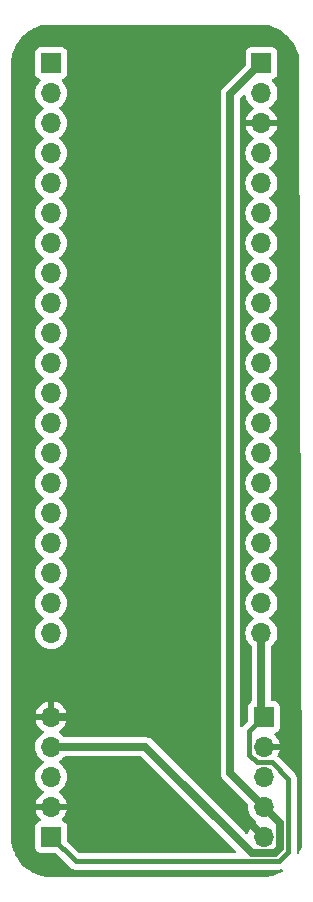
<source format=gbr>
%TF.GenerationSoftware,KiCad,Pcbnew,8.0.1*%
%TF.CreationDate,2024-05-05T17:00:50-04:00*%
%TF.ProjectId,picoboard,7069636f-626f-4617-9264-2e6b69636164,rev?*%
%TF.SameCoordinates,Original*%
%TF.FileFunction,Copper,L2,Bot*%
%TF.FilePolarity,Positive*%
%FSLAX46Y46*%
G04 Gerber Fmt 4.6, Leading zero omitted, Abs format (unit mm)*
G04 Created by KiCad (PCBNEW 8.0.1) date 2024-05-05 17:00:50*
%MOMM*%
%LPD*%
G01*
G04 APERTURE LIST*
%TA.AperFunction,ComponentPad*%
%ADD10O,1.700000X1.700000*%
%TD*%
%TA.AperFunction,ComponentPad*%
%ADD11R,1.700000X1.700000*%
%TD*%
%TA.AperFunction,Conductor*%
%ADD12C,0.635000*%
%TD*%
%TA.AperFunction,Conductor*%
%ADD13C,0.381000*%
%TD*%
G04 APERTURE END LIST*
D10*
%TO.P,J4,5,Pin_5*%
%TO.N,GND*%
X99900000Y-105340000D03*
%TO.P,J4,4,Pin_4*%
%TO.N,+5V*%
X99900000Y-107880000D03*
%TO.P,J4,3,Pin_3*%
%TO.N,unconnected-(J4-Pin_3-Pad3)*%
X99900000Y-110420000D03*
%TO.P,J4,2,Pin_2*%
%TO.N,GND*%
X99900000Y-112960000D03*
D11*
%TO.P,J4,1,Pin_1*%
%TO.N,/A+*%
X99900000Y-115500000D03*
%TD*%
%TO.P,J3,1,Pin_1*%
%TO.N,/A+*%
X117900000Y-105340000D03*
D10*
%TO.P,J3,2,Pin_2*%
%TO.N,GND*%
X117900000Y-107880000D03*
%TO.P,J3,3,Pin_3*%
%TO.N,unconnected-(J3-Pin_3-Pad3)*%
X117900000Y-110420000D03*
%TO.P,J3,4,Pin_4*%
%TO.N,+5V*%
X117900000Y-112960000D03*
%TO.P,J3,5,Pin_5*%
%TO.N,GND*%
X117900000Y-115500000D03*
%TD*%
D11*
%TO.P,J2,1,Pin_1*%
%TO.N,+5V*%
X117700000Y-50000000D03*
D10*
%TO.P,J2,2,Pin_2*%
%TO.N,unconnected-(J2-Pin_2-Pad2)*%
X117700000Y-52540000D03*
%TO.P,J2,3,Pin_3*%
%TO.N,GND*%
X117700000Y-55080000D03*
%TO.P,J2,4,Pin_4*%
%TO.N,unconnected-(J2-Pin_4-Pad4)*%
X117700000Y-57620000D03*
%TO.P,J2,5,Pin_5*%
%TO.N,unconnected-(J2-Pin_5-Pad5)*%
X117700000Y-60160000D03*
%TO.P,J2,6,Pin_6*%
%TO.N,unconnected-(J2-Pin_6-Pad6)*%
X117700000Y-62700000D03*
%TO.P,J2,7,Pin_7*%
%TO.N,unconnected-(J2-Pin_7-Pad7)*%
X117700000Y-65240000D03*
%TO.P,J2,8,Pin_8*%
%TO.N,unconnected-(J2-Pin_8-Pad8)*%
X117700000Y-67780000D03*
%TO.P,J2,9,Pin_9*%
%TO.N,unconnected-(J2-Pin_9-Pad9)*%
X117700000Y-70320000D03*
%TO.P,J2,10,Pin_10*%
%TO.N,unconnected-(J2-Pin_10-Pad10)*%
X117700000Y-72860000D03*
%TO.P,J2,11,Pin_11*%
%TO.N,unconnected-(J2-Pin_11-Pad11)*%
X117700000Y-75400000D03*
%TO.P,J2,12,Pin_12*%
%TO.N,unconnected-(J2-Pin_12-Pad12)*%
X117700000Y-77940000D03*
%TO.P,J2,13,Pin_13*%
%TO.N,unconnected-(J2-Pin_13-Pad13)*%
X117700000Y-80480000D03*
%TO.P,J2,14,Pin_14*%
%TO.N,unconnected-(J2-Pin_14-Pad14)*%
X117700000Y-83020000D03*
%TO.P,J2,15,Pin_15*%
%TO.N,unconnected-(J2-Pin_15-Pad15)*%
X117700000Y-85560000D03*
%TO.P,J2,16,Pin_16*%
%TO.N,unconnected-(J2-Pin_16-Pad16)*%
X117700000Y-88100000D03*
%TO.P,J2,17,Pin_17*%
%TO.N,unconnected-(J2-Pin_17-Pad17)*%
X117700000Y-90640000D03*
%TO.P,J2,18,Pin_18*%
%TO.N,unconnected-(J2-Pin_18-Pad18)*%
X117700000Y-93180000D03*
%TO.P,J2,19,Pin_19*%
%TO.N,unconnected-(J2-Pin_19-Pad19)*%
X117700000Y-95720000D03*
%TO.P,J2,20,Pin_20*%
%TO.N,/A+*%
X117700000Y-98260000D03*
%TD*%
D11*
%TO.P,J1,1,Pin_1*%
%TO.N,unconnected-(J1-Pin_1-Pad1)*%
X99900000Y-50000000D03*
D10*
%TO.P,J1,2,Pin_2*%
%TO.N,unconnected-(J1-Pin_2-Pad2)*%
X99900000Y-52540000D03*
%TO.P,J1,3,Pin_3*%
%TO.N,unconnected-(J1-Pin_3-Pad3)*%
X99900000Y-55080000D03*
%TO.P,J1,4,Pin_4*%
%TO.N,unconnected-(J1-Pin_4-Pad4)*%
X99900000Y-57620000D03*
%TO.P,J1,5,Pin_5*%
%TO.N,unconnected-(J1-Pin_5-Pad5)*%
X99900000Y-60160000D03*
%TO.P,J1,6,Pin_6*%
%TO.N,unconnected-(J1-Pin_6-Pad6)*%
X99900000Y-62700000D03*
%TO.P,J1,7,Pin_7*%
%TO.N,unconnected-(J1-Pin_7-Pad7)*%
X99900000Y-65240000D03*
%TO.P,J1,8,Pin_8*%
%TO.N,unconnected-(J1-Pin_8-Pad8)*%
X99900000Y-67780000D03*
%TO.P,J1,9,Pin_9*%
%TO.N,unconnected-(J1-Pin_9-Pad9)*%
X99900000Y-70320000D03*
%TO.P,J1,10,Pin_10*%
%TO.N,unconnected-(J1-Pin_10-Pad10)*%
X99900000Y-72860000D03*
%TO.P,J1,11,Pin_11*%
%TO.N,unconnected-(J1-Pin_11-Pad11)*%
X99900000Y-75400000D03*
%TO.P,J1,12,Pin_12*%
%TO.N,unconnected-(J1-Pin_12-Pad12)*%
X99900000Y-77940000D03*
%TO.P,J1,13,Pin_13*%
%TO.N,unconnected-(J1-Pin_13-Pad13)*%
X99900000Y-80480000D03*
%TO.P,J1,14,Pin_14*%
%TO.N,unconnected-(J1-Pin_14-Pad14)*%
X99900000Y-83020000D03*
%TO.P,J1,15,Pin_15*%
%TO.N,unconnected-(J1-Pin_15-Pad15)*%
X99900000Y-85560000D03*
%TO.P,J1,16,Pin_16*%
%TO.N,unconnected-(J1-Pin_16-Pad16)*%
X99900000Y-88100000D03*
%TO.P,J1,17,Pin_17*%
%TO.N,unconnected-(J1-Pin_17-Pad17)*%
X99900000Y-90640000D03*
%TO.P,J1,18,Pin_18*%
%TO.N,unconnected-(J1-Pin_18-Pad18)*%
X99900000Y-93180000D03*
%TO.P,J1,19,Pin_19*%
%TO.N,unconnected-(J1-Pin_19-Pad19)*%
X99900000Y-95720000D03*
%TO.P,J1,20,Pin_20*%
%TO.N,unconnected-(J1-Pin_20-Pad20)*%
X99900000Y-98260000D03*
%TD*%
D12*
%TO.N,+5V*%
X116867500Y-116867500D02*
X107880000Y-107880000D01*
X118844500Y-116867500D02*
X116867500Y-116867500D01*
X107880000Y-107880000D02*
X99900000Y-107880000D01*
X119267500Y-116444500D02*
X118844500Y-116867500D01*
X119267500Y-114327500D02*
X119267500Y-116444500D01*
X117900000Y-112960000D02*
X119267500Y-114327500D01*
D13*
%TO.N,/A+*%
X116659500Y-108531500D02*
X116659500Y-106580500D01*
X119975500Y-110577500D02*
X118577500Y-109179500D01*
X117307500Y-109179500D02*
X116659500Y-108531500D01*
X119975500Y-116752500D02*
X119975500Y-110577500D01*
X101975500Y-117575500D02*
X119152500Y-117575500D01*
X118577500Y-109179500D02*
X117307500Y-109179500D01*
X99900000Y-115500000D02*
X101975500Y-117575500D01*
X116659500Y-106580500D02*
X117900000Y-105340000D01*
X119152500Y-117575500D02*
X119975500Y-116752500D01*
D12*
%TO.N,+5V*%
X115062000Y-110122000D02*
X117900000Y-112960000D01*
X115062000Y-52638000D02*
X115062000Y-110122000D01*
X117700000Y-50000000D02*
X115062000Y-52638000D01*
%TO.N,GND*%
X99900000Y-105340000D02*
X107740000Y-105340000D01*
X107740000Y-105340000D02*
X117900000Y-115500000D01*
%TO.N,/A+*%
X117700000Y-105140000D02*
X117900000Y-105340000D01*
X117700000Y-98260000D02*
X117700000Y-105140000D01*
%TD*%
%TA.AperFunction,Conductor*%
%TO.N,GND*%
G36*
X117605243Y-46728669D02*
G01*
X117941450Y-46746290D01*
X117954358Y-46747647D01*
X118283677Y-46799806D01*
X118296342Y-46802497D01*
X118618422Y-46888798D01*
X118630749Y-46892803D01*
X118942038Y-47012296D01*
X118953873Y-47017565D01*
X119250976Y-47168947D01*
X119262191Y-47175423D01*
X119541832Y-47357023D01*
X119552313Y-47364638D01*
X119811441Y-47574475D01*
X119821086Y-47583160D01*
X120056839Y-47818913D01*
X120065524Y-47828558D01*
X120275359Y-48087683D01*
X120282978Y-48098171D01*
X120464573Y-48377802D01*
X120471059Y-48389035D01*
X120622429Y-48686115D01*
X120627708Y-48697972D01*
X120747193Y-49009241D01*
X120751204Y-49021586D01*
X120837498Y-49343642D01*
X120840196Y-49356337D01*
X120892352Y-49685641D01*
X120893709Y-49698549D01*
X120911330Y-50034766D01*
X120911500Y-50041256D01*
X120911500Y-50109430D01*
X120911788Y-50113717D01*
X121165482Y-115566580D01*
X121165313Y-115573551D01*
X121147709Y-115909450D01*
X121146352Y-115922358D01*
X121094196Y-116251662D01*
X121091498Y-116264357D01*
X121005204Y-116586413D01*
X121001193Y-116598758D01*
X120906264Y-116846057D01*
X120863862Y-116901589D01*
X120798168Y-116925382D01*
X120730040Y-116909881D01*
X120681107Y-116860007D01*
X120666500Y-116801619D01*
X120666500Y-110509439D01*
X120639946Y-110375946D01*
X120639943Y-110375938D01*
X120587858Y-110250193D01*
X120587857Y-110250191D01*
X120556035Y-110202566D01*
X120512233Y-110137011D01*
X120512230Y-110137008D01*
X119089187Y-108713964D01*
X119055702Y-108652641D01*
X119060686Y-108582949D01*
X119071406Y-108562562D01*
X119070894Y-108562266D01*
X119073600Y-108557578D01*
X119173429Y-108343492D01*
X119173432Y-108343486D01*
X119230636Y-108130000D01*
X118333012Y-108130000D01*
X118365925Y-108072993D01*
X118400000Y-107945826D01*
X118400000Y-107814174D01*
X118365925Y-107687007D01*
X118333012Y-107630000D01*
X119230636Y-107630000D01*
X119230635Y-107629999D01*
X119173432Y-107416513D01*
X119173429Y-107416507D01*
X119073600Y-107202422D01*
X119073599Y-107202420D01*
X118938113Y-107008926D01*
X118938108Y-107008920D01*
X118816053Y-106886865D01*
X118782568Y-106825542D01*
X118787552Y-106755850D01*
X118829424Y-106699917D01*
X118860400Y-106683002D01*
X118992331Y-106633796D01*
X119107546Y-106547546D01*
X119193796Y-106432331D01*
X119244091Y-106297483D01*
X119250500Y-106237873D01*
X119250499Y-104442128D01*
X119244091Y-104382517D01*
X119214019Y-104301891D01*
X119193797Y-104247671D01*
X119193793Y-104247664D01*
X119107547Y-104132455D01*
X119107544Y-104132452D01*
X118992335Y-104046206D01*
X118992328Y-104046202D01*
X118857482Y-103995908D01*
X118857483Y-103995908D01*
X118797883Y-103989501D01*
X118797881Y-103989500D01*
X118797873Y-103989500D01*
X118797865Y-103989500D01*
X118642000Y-103989500D01*
X118574961Y-103969815D01*
X118529206Y-103917011D01*
X118518000Y-103865500D01*
X118518000Y-99400437D01*
X118537685Y-99333398D01*
X118567550Y-99302324D01*
X118567256Y-99301974D01*
X118570516Y-99299238D01*
X118570881Y-99298859D01*
X118571401Y-99298495D01*
X118738495Y-99131401D01*
X118874035Y-98937830D01*
X118973903Y-98723663D01*
X119035063Y-98495408D01*
X119055659Y-98260000D01*
X119035063Y-98024592D01*
X118973903Y-97796337D01*
X118874035Y-97582171D01*
X118738495Y-97388599D01*
X118738494Y-97388597D01*
X118571402Y-97221506D01*
X118571396Y-97221501D01*
X118385842Y-97091575D01*
X118342217Y-97036998D01*
X118335023Y-96967500D01*
X118366546Y-96905145D01*
X118385842Y-96888425D01*
X118408026Y-96872891D01*
X118571401Y-96758495D01*
X118738495Y-96591401D01*
X118874035Y-96397830D01*
X118973903Y-96183663D01*
X119035063Y-95955408D01*
X119055659Y-95720000D01*
X119035063Y-95484592D01*
X118973903Y-95256337D01*
X118874035Y-95042171D01*
X118738495Y-94848599D01*
X118738494Y-94848597D01*
X118571402Y-94681506D01*
X118571396Y-94681501D01*
X118385842Y-94551575D01*
X118342217Y-94496998D01*
X118335023Y-94427500D01*
X118366546Y-94365145D01*
X118385842Y-94348425D01*
X118408026Y-94332891D01*
X118571401Y-94218495D01*
X118738495Y-94051401D01*
X118874035Y-93857830D01*
X118973903Y-93643663D01*
X119035063Y-93415408D01*
X119055659Y-93180000D01*
X119035063Y-92944592D01*
X118973903Y-92716337D01*
X118874035Y-92502171D01*
X118738495Y-92308599D01*
X118738494Y-92308597D01*
X118571402Y-92141506D01*
X118571396Y-92141501D01*
X118385842Y-92011575D01*
X118342217Y-91956998D01*
X118335023Y-91887500D01*
X118366546Y-91825145D01*
X118385842Y-91808425D01*
X118408026Y-91792891D01*
X118571401Y-91678495D01*
X118738495Y-91511401D01*
X118874035Y-91317830D01*
X118973903Y-91103663D01*
X119035063Y-90875408D01*
X119055659Y-90640000D01*
X119035063Y-90404592D01*
X118973903Y-90176337D01*
X118874035Y-89962171D01*
X118738495Y-89768599D01*
X118738494Y-89768597D01*
X118571402Y-89601506D01*
X118571396Y-89601501D01*
X118385842Y-89471575D01*
X118342217Y-89416998D01*
X118335023Y-89347500D01*
X118366546Y-89285145D01*
X118385842Y-89268425D01*
X118408026Y-89252891D01*
X118571401Y-89138495D01*
X118738495Y-88971401D01*
X118874035Y-88777830D01*
X118973903Y-88563663D01*
X119035063Y-88335408D01*
X119055659Y-88100000D01*
X119035063Y-87864592D01*
X118973903Y-87636337D01*
X118874035Y-87422171D01*
X118738495Y-87228599D01*
X118738494Y-87228597D01*
X118571402Y-87061506D01*
X118571396Y-87061501D01*
X118385842Y-86931575D01*
X118342217Y-86876998D01*
X118335023Y-86807500D01*
X118366546Y-86745145D01*
X118385842Y-86728425D01*
X118408026Y-86712891D01*
X118571401Y-86598495D01*
X118738495Y-86431401D01*
X118874035Y-86237830D01*
X118973903Y-86023663D01*
X119035063Y-85795408D01*
X119055659Y-85560000D01*
X119035063Y-85324592D01*
X118973903Y-85096337D01*
X118874035Y-84882171D01*
X118738495Y-84688599D01*
X118738494Y-84688597D01*
X118571402Y-84521506D01*
X118571396Y-84521501D01*
X118385842Y-84391575D01*
X118342217Y-84336998D01*
X118335023Y-84267500D01*
X118366546Y-84205145D01*
X118385842Y-84188425D01*
X118408026Y-84172891D01*
X118571401Y-84058495D01*
X118738495Y-83891401D01*
X118874035Y-83697830D01*
X118973903Y-83483663D01*
X119035063Y-83255408D01*
X119055659Y-83020000D01*
X119035063Y-82784592D01*
X118973903Y-82556337D01*
X118874035Y-82342171D01*
X118738495Y-82148599D01*
X118738494Y-82148597D01*
X118571402Y-81981506D01*
X118571396Y-81981501D01*
X118385842Y-81851575D01*
X118342217Y-81796998D01*
X118335023Y-81727500D01*
X118366546Y-81665145D01*
X118385842Y-81648425D01*
X118408026Y-81632891D01*
X118571401Y-81518495D01*
X118738495Y-81351401D01*
X118874035Y-81157830D01*
X118973903Y-80943663D01*
X119035063Y-80715408D01*
X119055659Y-80480000D01*
X119035063Y-80244592D01*
X118973903Y-80016337D01*
X118874035Y-79802171D01*
X118738495Y-79608599D01*
X118738494Y-79608597D01*
X118571402Y-79441506D01*
X118571396Y-79441501D01*
X118385842Y-79311575D01*
X118342217Y-79256998D01*
X118335023Y-79187500D01*
X118366546Y-79125145D01*
X118385842Y-79108425D01*
X118408026Y-79092891D01*
X118571401Y-78978495D01*
X118738495Y-78811401D01*
X118874035Y-78617830D01*
X118973903Y-78403663D01*
X119035063Y-78175408D01*
X119055659Y-77940000D01*
X119035063Y-77704592D01*
X118973903Y-77476337D01*
X118874035Y-77262171D01*
X118738495Y-77068599D01*
X118738494Y-77068597D01*
X118571402Y-76901506D01*
X118571396Y-76901501D01*
X118385842Y-76771575D01*
X118342217Y-76716998D01*
X118335023Y-76647500D01*
X118366546Y-76585145D01*
X118385842Y-76568425D01*
X118408026Y-76552891D01*
X118571401Y-76438495D01*
X118738495Y-76271401D01*
X118874035Y-76077830D01*
X118973903Y-75863663D01*
X119035063Y-75635408D01*
X119055659Y-75400000D01*
X119035063Y-75164592D01*
X118973903Y-74936337D01*
X118874035Y-74722171D01*
X118738495Y-74528599D01*
X118738494Y-74528597D01*
X118571402Y-74361506D01*
X118571396Y-74361501D01*
X118385842Y-74231575D01*
X118342217Y-74176998D01*
X118335023Y-74107500D01*
X118366546Y-74045145D01*
X118385842Y-74028425D01*
X118408026Y-74012891D01*
X118571401Y-73898495D01*
X118738495Y-73731401D01*
X118874035Y-73537830D01*
X118973903Y-73323663D01*
X119035063Y-73095408D01*
X119055659Y-72860000D01*
X119035063Y-72624592D01*
X118973903Y-72396337D01*
X118874035Y-72182171D01*
X118738495Y-71988599D01*
X118738494Y-71988597D01*
X118571402Y-71821506D01*
X118571396Y-71821501D01*
X118385842Y-71691575D01*
X118342217Y-71636998D01*
X118335023Y-71567500D01*
X118366546Y-71505145D01*
X118385842Y-71488425D01*
X118408026Y-71472891D01*
X118571401Y-71358495D01*
X118738495Y-71191401D01*
X118874035Y-70997830D01*
X118973903Y-70783663D01*
X119035063Y-70555408D01*
X119055659Y-70320000D01*
X119035063Y-70084592D01*
X118973903Y-69856337D01*
X118874035Y-69642171D01*
X118738495Y-69448599D01*
X118738494Y-69448597D01*
X118571402Y-69281506D01*
X118571396Y-69281501D01*
X118385842Y-69151575D01*
X118342217Y-69096998D01*
X118335023Y-69027500D01*
X118366546Y-68965145D01*
X118385842Y-68948425D01*
X118408026Y-68932891D01*
X118571401Y-68818495D01*
X118738495Y-68651401D01*
X118874035Y-68457830D01*
X118973903Y-68243663D01*
X119035063Y-68015408D01*
X119055659Y-67780000D01*
X119035063Y-67544592D01*
X118973903Y-67316337D01*
X118874035Y-67102171D01*
X118738495Y-66908599D01*
X118738494Y-66908597D01*
X118571402Y-66741506D01*
X118571396Y-66741501D01*
X118385842Y-66611575D01*
X118342217Y-66556998D01*
X118335023Y-66487500D01*
X118366546Y-66425145D01*
X118385842Y-66408425D01*
X118408026Y-66392891D01*
X118571401Y-66278495D01*
X118738495Y-66111401D01*
X118874035Y-65917830D01*
X118973903Y-65703663D01*
X119035063Y-65475408D01*
X119055659Y-65240000D01*
X119035063Y-65004592D01*
X118973903Y-64776337D01*
X118874035Y-64562171D01*
X118738495Y-64368599D01*
X118738494Y-64368597D01*
X118571402Y-64201506D01*
X118571396Y-64201501D01*
X118385842Y-64071575D01*
X118342217Y-64016998D01*
X118335023Y-63947500D01*
X118366546Y-63885145D01*
X118385842Y-63868425D01*
X118408026Y-63852891D01*
X118571401Y-63738495D01*
X118738495Y-63571401D01*
X118874035Y-63377830D01*
X118973903Y-63163663D01*
X119035063Y-62935408D01*
X119055659Y-62700000D01*
X119035063Y-62464592D01*
X118973903Y-62236337D01*
X118874035Y-62022171D01*
X118738495Y-61828599D01*
X118738494Y-61828597D01*
X118571402Y-61661506D01*
X118571396Y-61661501D01*
X118385842Y-61531575D01*
X118342217Y-61476998D01*
X118335023Y-61407500D01*
X118366546Y-61345145D01*
X118385842Y-61328425D01*
X118408026Y-61312891D01*
X118571401Y-61198495D01*
X118738495Y-61031401D01*
X118874035Y-60837830D01*
X118973903Y-60623663D01*
X119035063Y-60395408D01*
X119055659Y-60160000D01*
X119035063Y-59924592D01*
X118973903Y-59696337D01*
X118874035Y-59482171D01*
X118738495Y-59288599D01*
X118738494Y-59288597D01*
X118571402Y-59121506D01*
X118571396Y-59121501D01*
X118385842Y-58991575D01*
X118342217Y-58936998D01*
X118335023Y-58867500D01*
X118366546Y-58805145D01*
X118385842Y-58788425D01*
X118408026Y-58772891D01*
X118571401Y-58658495D01*
X118738495Y-58491401D01*
X118874035Y-58297830D01*
X118973903Y-58083663D01*
X119035063Y-57855408D01*
X119055659Y-57620000D01*
X119035063Y-57384592D01*
X118973903Y-57156337D01*
X118874035Y-56942171D01*
X118738495Y-56748599D01*
X118738494Y-56748597D01*
X118571402Y-56581506D01*
X118571401Y-56581505D01*
X118385405Y-56451269D01*
X118341781Y-56396692D01*
X118334588Y-56327193D01*
X118366110Y-56264839D01*
X118385405Y-56248119D01*
X118571082Y-56118105D01*
X118738105Y-55951082D01*
X118873600Y-55757578D01*
X118973429Y-55543492D01*
X118973432Y-55543486D01*
X119030636Y-55330000D01*
X118133012Y-55330000D01*
X118165925Y-55272993D01*
X118200000Y-55145826D01*
X118200000Y-55014174D01*
X118165925Y-54887007D01*
X118133012Y-54830000D01*
X119030636Y-54830000D01*
X119030635Y-54829999D01*
X118973432Y-54616513D01*
X118973429Y-54616507D01*
X118873600Y-54402422D01*
X118873599Y-54402420D01*
X118738113Y-54208926D01*
X118738108Y-54208920D01*
X118571078Y-54041890D01*
X118385405Y-53911879D01*
X118341780Y-53857302D01*
X118334588Y-53787804D01*
X118366110Y-53725449D01*
X118385406Y-53708730D01*
X118385842Y-53708425D01*
X118571401Y-53578495D01*
X118738495Y-53411401D01*
X118874035Y-53217830D01*
X118973903Y-53003663D01*
X119035063Y-52775408D01*
X119055659Y-52540000D01*
X119035063Y-52304592D01*
X118973903Y-52076337D01*
X118874035Y-51862171D01*
X118738495Y-51668599D01*
X118616567Y-51546671D01*
X118583084Y-51485351D01*
X118588068Y-51415659D01*
X118629939Y-51359725D01*
X118660915Y-51342810D01*
X118792331Y-51293796D01*
X118907546Y-51207546D01*
X118993796Y-51092331D01*
X119044091Y-50957483D01*
X119050500Y-50897873D01*
X119050499Y-49102128D01*
X119044091Y-49042517D01*
X119036284Y-49021586D01*
X118993797Y-48907671D01*
X118993793Y-48907664D01*
X118907547Y-48792455D01*
X118907544Y-48792452D01*
X118792335Y-48706206D01*
X118792328Y-48706202D01*
X118657482Y-48655908D01*
X118657483Y-48655908D01*
X118597883Y-48649501D01*
X118597881Y-48649500D01*
X118597873Y-48649500D01*
X118597864Y-48649500D01*
X116802129Y-48649500D01*
X116802123Y-48649501D01*
X116742516Y-48655908D01*
X116607671Y-48706202D01*
X116607664Y-48706206D01*
X116492455Y-48792452D01*
X116492452Y-48792455D01*
X116406206Y-48907664D01*
X116406202Y-48907671D01*
X116355908Y-49042517D01*
X116349501Y-49102116D01*
X116349501Y-49102123D01*
X116349500Y-49102135D01*
X116349500Y-50142310D01*
X116329815Y-50209349D01*
X116313181Y-50229991D01*
X114426620Y-52116551D01*
X114426617Y-52116555D01*
X114337098Y-52250528D01*
X114337097Y-52250531D01*
X114314705Y-52304591D01*
X114314705Y-52304592D01*
X114275435Y-52399397D01*
X114275433Y-52399405D01*
X114244000Y-52557429D01*
X114244000Y-110202570D01*
X114275432Y-110360594D01*
X114275435Y-110360603D01*
X114281790Y-110375944D01*
X114281791Y-110375946D01*
X114337097Y-110509468D01*
X114337098Y-110509471D01*
X114426617Y-110643444D01*
X114426620Y-110643448D01*
X116519450Y-112736277D01*
X116552935Y-112797600D01*
X116555297Y-112834765D01*
X116544341Y-112959997D01*
X116544341Y-112960000D01*
X116564936Y-113195403D01*
X116564938Y-113195413D01*
X116626094Y-113423655D01*
X116626096Y-113423659D01*
X116626097Y-113423663D01*
X116725847Y-113637578D01*
X116725965Y-113637830D01*
X116725967Y-113637834D01*
X116834281Y-113792521D01*
X116861505Y-113831401D01*
X117028599Y-113998495D01*
X117150925Y-114084149D01*
X117214594Y-114128730D01*
X117258219Y-114183307D01*
X117265413Y-114252805D01*
X117233890Y-114315160D01*
X117214595Y-114331880D01*
X117028922Y-114461890D01*
X117028920Y-114461891D01*
X116861891Y-114628920D01*
X116861886Y-114628926D01*
X116726400Y-114822420D01*
X116726399Y-114822422D01*
X116626570Y-115036507D01*
X116626567Y-115036514D01*
X116590603Y-115170733D01*
X116554237Y-115230393D01*
X116491390Y-115260922D01*
X116422015Y-115252627D01*
X116383147Y-115226320D01*
X108401448Y-107244620D01*
X108401444Y-107244617D01*
X108267474Y-107155100D01*
X108267461Y-107155093D01*
X108118606Y-107093436D01*
X108118594Y-107093433D01*
X107960570Y-107062000D01*
X107960566Y-107062000D01*
X101040437Y-107062000D01*
X100973398Y-107042315D01*
X100942328Y-107012454D01*
X100941977Y-107012749D01*
X100939235Y-107009481D01*
X100938862Y-107009123D01*
X100938498Y-107008603D01*
X100938497Y-107008601D01*
X100938495Y-107008599D01*
X100771401Y-106841505D01*
X100585405Y-106711269D01*
X100541781Y-106656692D01*
X100534588Y-106587193D01*
X100566110Y-106524839D01*
X100585405Y-106508119D01*
X100771082Y-106378105D01*
X100938105Y-106211082D01*
X101073600Y-106017578D01*
X101173429Y-105803492D01*
X101173432Y-105803486D01*
X101230636Y-105590000D01*
X100333012Y-105590000D01*
X100365925Y-105532993D01*
X100400000Y-105405826D01*
X100400000Y-105274174D01*
X100365925Y-105147007D01*
X100333012Y-105090000D01*
X101230636Y-105090000D01*
X101230635Y-105089999D01*
X101173432Y-104876513D01*
X101173429Y-104876507D01*
X101073600Y-104662422D01*
X101073599Y-104662420D01*
X100938113Y-104468926D01*
X100938108Y-104468920D01*
X100771082Y-104301894D01*
X100577578Y-104166399D01*
X100363492Y-104066570D01*
X100363486Y-104066567D01*
X100150000Y-104009364D01*
X100150000Y-104906988D01*
X100092993Y-104874075D01*
X99965826Y-104840000D01*
X99834174Y-104840000D01*
X99707007Y-104874075D01*
X99650000Y-104906988D01*
X99650000Y-104009364D01*
X99649999Y-104009364D01*
X99436513Y-104066567D01*
X99436507Y-104066570D01*
X99222422Y-104166399D01*
X99222420Y-104166400D01*
X99028926Y-104301886D01*
X99028920Y-104301891D01*
X98861891Y-104468920D01*
X98861886Y-104468926D01*
X98726400Y-104662420D01*
X98726399Y-104662422D01*
X98626570Y-104876507D01*
X98626567Y-104876513D01*
X98569364Y-105089999D01*
X98569364Y-105090000D01*
X99466988Y-105090000D01*
X99434075Y-105147007D01*
X99400000Y-105274174D01*
X99400000Y-105405826D01*
X99434075Y-105532993D01*
X99466988Y-105590000D01*
X98569364Y-105590000D01*
X98626567Y-105803486D01*
X98626570Y-105803492D01*
X98726399Y-106017578D01*
X98861894Y-106211082D01*
X99028917Y-106378105D01*
X99214595Y-106508119D01*
X99258219Y-106562696D01*
X99265412Y-106632195D01*
X99233890Y-106694549D01*
X99214595Y-106711269D01*
X99028594Y-106841508D01*
X98861505Y-107008597D01*
X98725965Y-107202169D01*
X98725964Y-107202171D01*
X98626098Y-107416335D01*
X98626094Y-107416344D01*
X98564938Y-107644586D01*
X98564936Y-107644596D01*
X98544341Y-107879999D01*
X98544341Y-107880000D01*
X98564936Y-108115403D01*
X98564938Y-108115413D01*
X98626094Y-108343655D01*
X98626096Y-108343659D01*
X98626097Y-108343663D01*
X98693636Y-108488500D01*
X98725965Y-108557830D01*
X98725967Y-108557834D01*
X98834281Y-108712521D01*
X98861501Y-108751396D01*
X98861506Y-108751402D01*
X99028597Y-108918493D01*
X99028603Y-108918498D01*
X99214158Y-109048425D01*
X99257783Y-109103002D01*
X99264977Y-109172500D01*
X99233454Y-109234855D01*
X99214158Y-109251575D01*
X99028597Y-109381505D01*
X98861505Y-109548597D01*
X98725965Y-109742169D01*
X98725964Y-109742171D01*
X98626098Y-109956335D01*
X98626094Y-109956344D01*
X98564938Y-110184586D01*
X98564936Y-110184596D01*
X98544341Y-110419999D01*
X98544341Y-110420000D01*
X98564936Y-110655403D01*
X98564938Y-110655413D01*
X98626094Y-110883655D01*
X98626096Y-110883659D01*
X98626097Y-110883663D01*
X98712330Y-111068590D01*
X98725965Y-111097830D01*
X98725967Y-111097834D01*
X98834281Y-111252521D01*
X98861501Y-111291396D01*
X98861506Y-111291402D01*
X99028597Y-111458493D01*
X99028603Y-111458498D01*
X99214594Y-111588730D01*
X99258219Y-111643307D01*
X99265413Y-111712805D01*
X99233890Y-111775160D01*
X99214595Y-111791880D01*
X99028922Y-111921890D01*
X99028920Y-111921891D01*
X98861891Y-112088920D01*
X98861886Y-112088926D01*
X98726400Y-112282420D01*
X98726399Y-112282422D01*
X98626570Y-112496507D01*
X98626567Y-112496513D01*
X98569364Y-112709999D01*
X98569364Y-112710000D01*
X99466988Y-112710000D01*
X99434075Y-112767007D01*
X99400000Y-112894174D01*
X99400000Y-113025826D01*
X99434075Y-113152993D01*
X99466988Y-113210000D01*
X98569364Y-113210000D01*
X98626567Y-113423486D01*
X98626570Y-113423492D01*
X98726399Y-113637578D01*
X98861894Y-113831082D01*
X98983946Y-113953134D01*
X99017431Y-114014457D01*
X99012447Y-114084149D01*
X98970575Y-114140082D01*
X98939598Y-114156997D01*
X98807671Y-114206202D01*
X98807664Y-114206206D01*
X98692455Y-114292452D01*
X98692452Y-114292455D01*
X98606206Y-114407664D01*
X98606202Y-114407671D01*
X98555908Y-114542517D01*
X98549501Y-114602116D01*
X98549501Y-114602123D01*
X98549500Y-114602135D01*
X98549500Y-116397870D01*
X98549501Y-116397876D01*
X98555908Y-116457483D01*
X98606202Y-116592328D01*
X98606206Y-116592335D01*
X98692452Y-116707544D01*
X98692455Y-116707547D01*
X98807664Y-116793793D01*
X98807671Y-116793797D01*
X98942517Y-116844091D01*
X98942516Y-116844091D01*
X98949444Y-116844835D01*
X99002127Y-116850500D01*
X100221915Y-116850499D01*
X100288954Y-116870184D01*
X100309596Y-116886818D01*
X101535007Y-118112230D01*
X101535014Y-118112236D01*
X101648187Y-118187855D01*
X101648190Y-118187857D01*
X101727602Y-118220750D01*
X101773943Y-118239945D01*
X101773947Y-118239945D01*
X101773948Y-118239946D01*
X101907439Y-118266500D01*
X101907442Y-118266500D01*
X119220560Y-118266500D01*
X119360031Y-118238757D01*
X119360304Y-118240129D01*
X119423099Y-118239556D01*
X119482220Y-118276791D01*
X119511824Y-118340079D01*
X119502513Y-118409326D01*
X119457243Y-118462546D01*
X119445548Y-118469332D01*
X119207884Y-118590429D01*
X119196027Y-118595708D01*
X118884758Y-118715193D01*
X118872413Y-118719204D01*
X118550357Y-118805498D01*
X118537662Y-118808196D01*
X118208358Y-118860352D01*
X118195450Y-118861709D01*
X117859244Y-118879330D01*
X117852754Y-118879500D01*
X99825246Y-118879500D01*
X99818756Y-118879330D01*
X99482549Y-118861709D01*
X99469641Y-118860352D01*
X99140337Y-118808196D01*
X99127642Y-118805498D01*
X98805586Y-118719204D01*
X98793241Y-118715193D01*
X98481972Y-118595708D01*
X98470115Y-118590429D01*
X98173029Y-118439055D01*
X98161802Y-118432573D01*
X97882171Y-118250978D01*
X97871683Y-118243359D01*
X97612558Y-118033524D01*
X97602913Y-118024839D01*
X97367160Y-117789086D01*
X97358475Y-117779441D01*
X97269648Y-117669749D01*
X97148638Y-117520313D01*
X97141023Y-117509832D01*
X96959423Y-117230191D01*
X96952947Y-117218976D01*
X96801565Y-116921873D01*
X96796296Y-116910038D01*
X96676803Y-116598749D01*
X96672798Y-116586422D01*
X96586497Y-116264342D01*
X96583806Y-116251677D01*
X96531647Y-115922358D01*
X96530290Y-115909450D01*
X96512670Y-115573243D01*
X96512500Y-115566753D01*
X96512500Y-98260000D01*
X98544341Y-98260000D01*
X98564936Y-98495403D01*
X98564938Y-98495413D01*
X98626094Y-98723655D01*
X98626096Y-98723659D01*
X98626097Y-98723663D01*
X98725965Y-98937830D01*
X98725967Y-98937834D01*
X98834281Y-99092521D01*
X98861505Y-99131401D01*
X99028599Y-99298495D01*
X99034556Y-99302666D01*
X99222165Y-99434032D01*
X99222167Y-99434033D01*
X99222170Y-99434035D01*
X99436337Y-99533903D01*
X99664592Y-99595063D01*
X99852918Y-99611539D01*
X99899999Y-99615659D01*
X99900000Y-99615659D01*
X99900001Y-99615659D01*
X99939234Y-99612226D01*
X100135408Y-99595063D01*
X100363663Y-99533903D01*
X100577830Y-99434035D01*
X100771401Y-99298495D01*
X100938495Y-99131401D01*
X101074035Y-98937830D01*
X101173903Y-98723663D01*
X101235063Y-98495408D01*
X101255659Y-98260000D01*
X101235063Y-98024592D01*
X101173903Y-97796337D01*
X101074035Y-97582171D01*
X100938495Y-97388599D01*
X100938494Y-97388597D01*
X100771402Y-97221506D01*
X100771396Y-97221501D01*
X100585842Y-97091575D01*
X100542217Y-97036998D01*
X100535023Y-96967500D01*
X100566546Y-96905145D01*
X100585842Y-96888425D01*
X100608026Y-96872891D01*
X100771401Y-96758495D01*
X100938495Y-96591401D01*
X101074035Y-96397830D01*
X101173903Y-96183663D01*
X101235063Y-95955408D01*
X101255659Y-95720000D01*
X101235063Y-95484592D01*
X101173903Y-95256337D01*
X101074035Y-95042171D01*
X100938495Y-94848599D01*
X100938494Y-94848597D01*
X100771402Y-94681506D01*
X100771396Y-94681501D01*
X100585842Y-94551575D01*
X100542217Y-94496998D01*
X100535023Y-94427500D01*
X100566546Y-94365145D01*
X100585842Y-94348425D01*
X100608026Y-94332891D01*
X100771401Y-94218495D01*
X100938495Y-94051401D01*
X101074035Y-93857830D01*
X101173903Y-93643663D01*
X101235063Y-93415408D01*
X101255659Y-93180000D01*
X101235063Y-92944592D01*
X101173903Y-92716337D01*
X101074035Y-92502171D01*
X100938495Y-92308599D01*
X100938494Y-92308597D01*
X100771402Y-92141506D01*
X100771396Y-92141501D01*
X100585842Y-92011575D01*
X100542217Y-91956998D01*
X100535023Y-91887500D01*
X100566546Y-91825145D01*
X100585842Y-91808425D01*
X100608026Y-91792891D01*
X100771401Y-91678495D01*
X100938495Y-91511401D01*
X101074035Y-91317830D01*
X101173903Y-91103663D01*
X101235063Y-90875408D01*
X101255659Y-90640000D01*
X101235063Y-90404592D01*
X101173903Y-90176337D01*
X101074035Y-89962171D01*
X100938495Y-89768599D01*
X100938494Y-89768597D01*
X100771402Y-89601506D01*
X100771396Y-89601501D01*
X100585842Y-89471575D01*
X100542217Y-89416998D01*
X100535023Y-89347500D01*
X100566546Y-89285145D01*
X100585842Y-89268425D01*
X100608026Y-89252891D01*
X100771401Y-89138495D01*
X100938495Y-88971401D01*
X101074035Y-88777830D01*
X101173903Y-88563663D01*
X101235063Y-88335408D01*
X101255659Y-88100000D01*
X101235063Y-87864592D01*
X101173903Y-87636337D01*
X101074035Y-87422171D01*
X100938495Y-87228599D01*
X100938494Y-87228597D01*
X100771402Y-87061506D01*
X100771396Y-87061501D01*
X100585842Y-86931575D01*
X100542217Y-86876998D01*
X100535023Y-86807500D01*
X100566546Y-86745145D01*
X100585842Y-86728425D01*
X100608026Y-86712891D01*
X100771401Y-86598495D01*
X100938495Y-86431401D01*
X101074035Y-86237830D01*
X101173903Y-86023663D01*
X101235063Y-85795408D01*
X101255659Y-85560000D01*
X101235063Y-85324592D01*
X101173903Y-85096337D01*
X101074035Y-84882171D01*
X100938495Y-84688599D01*
X100938494Y-84688597D01*
X100771402Y-84521506D01*
X100771396Y-84521501D01*
X100585842Y-84391575D01*
X100542217Y-84336998D01*
X100535023Y-84267500D01*
X100566546Y-84205145D01*
X100585842Y-84188425D01*
X100608026Y-84172891D01*
X100771401Y-84058495D01*
X100938495Y-83891401D01*
X101074035Y-83697830D01*
X101173903Y-83483663D01*
X101235063Y-83255408D01*
X101255659Y-83020000D01*
X101235063Y-82784592D01*
X101173903Y-82556337D01*
X101074035Y-82342171D01*
X100938495Y-82148599D01*
X100938494Y-82148597D01*
X100771402Y-81981506D01*
X100771396Y-81981501D01*
X100585842Y-81851575D01*
X100542217Y-81796998D01*
X100535023Y-81727500D01*
X100566546Y-81665145D01*
X100585842Y-81648425D01*
X100608026Y-81632891D01*
X100771401Y-81518495D01*
X100938495Y-81351401D01*
X101074035Y-81157830D01*
X101173903Y-80943663D01*
X101235063Y-80715408D01*
X101255659Y-80480000D01*
X101235063Y-80244592D01*
X101173903Y-80016337D01*
X101074035Y-79802171D01*
X100938495Y-79608599D01*
X100938494Y-79608597D01*
X100771402Y-79441506D01*
X100771396Y-79441501D01*
X100585842Y-79311575D01*
X100542217Y-79256998D01*
X100535023Y-79187500D01*
X100566546Y-79125145D01*
X100585842Y-79108425D01*
X100608026Y-79092891D01*
X100771401Y-78978495D01*
X100938495Y-78811401D01*
X101074035Y-78617830D01*
X101173903Y-78403663D01*
X101235063Y-78175408D01*
X101255659Y-77940000D01*
X101235063Y-77704592D01*
X101173903Y-77476337D01*
X101074035Y-77262171D01*
X100938495Y-77068599D01*
X100938494Y-77068597D01*
X100771402Y-76901506D01*
X100771396Y-76901501D01*
X100585842Y-76771575D01*
X100542217Y-76716998D01*
X100535023Y-76647500D01*
X100566546Y-76585145D01*
X100585842Y-76568425D01*
X100608026Y-76552891D01*
X100771401Y-76438495D01*
X100938495Y-76271401D01*
X101074035Y-76077830D01*
X101173903Y-75863663D01*
X101235063Y-75635408D01*
X101255659Y-75400000D01*
X101235063Y-75164592D01*
X101173903Y-74936337D01*
X101074035Y-74722171D01*
X100938495Y-74528599D01*
X100938494Y-74528597D01*
X100771402Y-74361506D01*
X100771396Y-74361501D01*
X100585842Y-74231575D01*
X100542217Y-74176998D01*
X100535023Y-74107500D01*
X100566546Y-74045145D01*
X100585842Y-74028425D01*
X100608026Y-74012891D01*
X100771401Y-73898495D01*
X100938495Y-73731401D01*
X101074035Y-73537830D01*
X101173903Y-73323663D01*
X101235063Y-73095408D01*
X101255659Y-72860000D01*
X101235063Y-72624592D01*
X101173903Y-72396337D01*
X101074035Y-72182171D01*
X100938495Y-71988599D01*
X100938494Y-71988597D01*
X100771402Y-71821506D01*
X100771396Y-71821501D01*
X100585842Y-71691575D01*
X100542217Y-71636998D01*
X100535023Y-71567500D01*
X100566546Y-71505145D01*
X100585842Y-71488425D01*
X100608026Y-71472891D01*
X100771401Y-71358495D01*
X100938495Y-71191401D01*
X101074035Y-70997830D01*
X101173903Y-70783663D01*
X101235063Y-70555408D01*
X101255659Y-70320000D01*
X101235063Y-70084592D01*
X101173903Y-69856337D01*
X101074035Y-69642171D01*
X100938495Y-69448599D01*
X100938494Y-69448597D01*
X100771402Y-69281506D01*
X100771396Y-69281501D01*
X100585842Y-69151575D01*
X100542217Y-69096998D01*
X100535023Y-69027500D01*
X100566546Y-68965145D01*
X100585842Y-68948425D01*
X100608026Y-68932891D01*
X100771401Y-68818495D01*
X100938495Y-68651401D01*
X101074035Y-68457830D01*
X101173903Y-68243663D01*
X101235063Y-68015408D01*
X101255659Y-67780000D01*
X101235063Y-67544592D01*
X101173903Y-67316337D01*
X101074035Y-67102171D01*
X100938495Y-66908599D01*
X100938494Y-66908597D01*
X100771402Y-66741506D01*
X100771396Y-66741501D01*
X100585842Y-66611575D01*
X100542217Y-66556998D01*
X100535023Y-66487500D01*
X100566546Y-66425145D01*
X100585842Y-66408425D01*
X100608026Y-66392891D01*
X100771401Y-66278495D01*
X100938495Y-66111401D01*
X101074035Y-65917830D01*
X101173903Y-65703663D01*
X101235063Y-65475408D01*
X101255659Y-65240000D01*
X101235063Y-65004592D01*
X101173903Y-64776337D01*
X101074035Y-64562171D01*
X100938495Y-64368599D01*
X100938494Y-64368597D01*
X100771402Y-64201506D01*
X100771396Y-64201501D01*
X100585842Y-64071575D01*
X100542217Y-64016998D01*
X100535023Y-63947500D01*
X100566546Y-63885145D01*
X100585842Y-63868425D01*
X100608026Y-63852891D01*
X100771401Y-63738495D01*
X100938495Y-63571401D01*
X101074035Y-63377830D01*
X101173903Y-63163663D01*
X101235063Y-62935408D01*
X101255659Y-62700000D01*
X101235063Y-62464592D01*
X101173903Y-62236337D01*
X101074035Y-62022171D01*
X100938495Y-61828599D01*
X100938494Y-61828597D01*
X100771402Y-61661506D01*
X100771396Y-61661501D01*
X100585842Y-61531575D01*
X100542217Y-61476998D01*
X100535023Y-61407500D01*
X100566546Y-61345145D01*
X100585842Y-61328425D01*
X100608026Y-61312891D01*
X100771401Y-61198495D01*
X100938495Y-61031401D01*
X101074035Y-60837830D01*
X101173903Y-60623663D01*
X101235063Y-60395408D01*
X101255659Y-60160000D01*
X101235063Y-59924592D01*
X101173903Y-59696337D01*
X101074035Y-59482171D01*
X100938495Y-59288599D01*
X100938494Y-59288597D01*
X100771402Y-59121506D01*
X100771396Y-59121501D01*
X100585842Y-58991575D01*
X100542217Y-58936998D01*
X100535023Y-58867500D01*
X100566546Y-58805145D01*
X100585842Y-58788425D01*
X100608026Y-58772891D01*
X100771401Y-58658495D01*
X100938495Y-58491401D01*
X101074035Y-58297830D01*
X101173903Y-58083663D01*
X101235063Y-57855408D01*
X101255659Y-57620000D01*
X101235063Y-57384592D01*
X101173903Y-57156337D01*
X101074035Y-56942171D01*
X100938495Y-56748599D01*
X100938494Y-56748597D01*
X100771402Y-56581506D01*
X100771396Y-56581501D01*
X100585842Y-56451575D01*
X100542217Y-56396998D01*
X100535023Y-56327500D01*
X100566546Y-56265145D01*
X100585842Y-56248425D01*
X100608026Y-56232891D01*
X100771401Y-56118495D01*
X100938495Y-55951401D01*
X101074035Y-55757830D01*
X101173903Y-55543663D01*
X101235063Y-55315408D01*
X101255659Y-55080000D01*
X101235063Y-54844592D01*
X101173903Y-54616337D01*
X101074035Y-54402171D01*
X100938495Y-54208599D01*
X100938494Y-54208597D01*
X100771402Y-54041506D01*
X100771396Y-54041501D01*
X100585842Y-53911575D01*
X100542217Y-53856998D01*
X100535023Y-53787500D01*
X100566546Y-53725145D01*
X100585842Y-53708425D01*
X100608026Y-53692891D01*
X100771401Y-53578495D01*
X100938495Y-53411401D01*
X101074035Y-53217830D01*
X101173903Y-53003663D01*
X101235063Y-52775408D01*
X101255659Y-52540000D01*
X101235063Y-52304592D01*
X101173903Y-52076337D01*
X101074035Y-51862171D01*
X100938495Y-51668599D01*
X100816567Y-51546671D01*
X100783084Y-51485351D01*
X100788068Y-51415659D01*
X100829939Y-51359725D01*
X100860915Y-51342810D01*
X100992331Y-51293796D01*
X101107546Y-51207546D01*
X101193796Y-51092331D01*
X101244091Y-50957483D01*
X101250500Y-50897873D01*
X101250499Y-49102128D01*
X101244091Y-49042517D01*
X101236284Y-49021586D01*
X101193797Y-48907671D01*
X101193793Y-48907664D01*
X101107547Y-48792455D01*
X101107544Y-48792452D01*
X100992335Y-48706206D01*
X100992328Y-48706202D01*
X100857482Y-48655908D01*
X100857483Y-48655908D01*
X100797883Y-48649501D01*
X100797881Y-48649500D01*
X100797873Y-48649500D01*
X100797864Y-48649500D01*
X99002129Y-48649500D01*
X99002123Y-48649501D01*
X98942516Y-48655908D01*
X98807671Y-48706202D01*
X98807664Y-48706206D01*
X98692455Y-48792452D01*
X98692452Y-48792455D01*
X98606206Y-48907664D01*
X98606202Y-48907671D01*
X98555908Y-49042517D01*
X98549501Y-49102116D01*
X98549501Y-49102123D01*
X98549500Y-49102135D01*
X98549500Y-50897870D01*
X98549501Y-50897876D01*
X98555908Y-50957483D01*
X98606202Y-51092328D01*
X98606206Y-51092335D01*
X98692452Y-51207544D01*
X98692455Y-51207547D01*
X98807664Y-51293793D01*
X98807671Y-51293797D01*
X98939081Y-51342810D01*
X98995015Y-51384681D01*
X99019432Y-51450145D01*
X99004580Y-51518418D01*
X98983430Y-51546673D01*
X98861503Y-51668600D01*
X98725965Y-51862169D01*
X98725964Y-51862171D01*
X98626098Y-52076335D01*
X98626094Y-52076344D01*
X98564938Y-52304586D01*
X98564936Y-52304596D01*
X98544341Y-52539999D01*
X98544341Y-52540000D01*
X98564936Y-52775403D01*
X98564938Y-52775413D01*
X98626094Y-53003655D01*
X98626096Y-53003659D01*
X98626097Y-53003663D01*
X98725965Y-53217830D01*
X98725967Y-53217834D01*
X98861501Y-53411395D01*
X98861506Y-53411402D01*
X99028597Y-53578493D01*
X99028603Y-53578498D01*
X99214158Y-53708425D01*
X99257783Y-53763002D01*
X99264977Y-53832500D01*
X99233454Y-53894855D01*
X99214158Y-53911575D01*
X99028597Y-54041505D01*
X98861505Y-54208597D01*
X98725965Y-54402169D01*
X98725964Y-54402171D01*
X98626098Y-54616335D01*
X98626094Y-54616344D01*
X98564938Y-54844586D01*
X98564936Y-54844596D01*
X98544341Y-55079999D01*
X98544341Y-55080000D01*
X98564936Y-55315403D01*
X98564938Y-55315413D01*
X98626094Y-55543655D01*
X98626096Y-55543659D01*
X98626097Y-55543663D01*
X98725847Y-55757578D01*
X98725965Y-55757830D01*
X98725967Y-55757834D01*
X98861501Y-55951395D01*
X98861506Y-55951402D01*
X99028597Y-56118493D01*
X99028603Y-56118498D01*
X99214158Y-56248425D01*
X99257783Y-56303002D01*
X99264977Y-56372500D01*
X99233454Y-56434855D01*
X99214158Y-56451575D01*
X99028597Y-56581505D01*
X98861505Y-56748597D01*
X98725965Y-56942169D01*
X98725964Y-56942171D01*
X98626098Y-57156335D01*
X98626094Y-57156344D01*
X98564938Y-57384586D01*
X98564936Y-57384596D01*
X98544341Y-57619999D01*
X98544341Y-57620000D01*
X98564936Y-57855403D01*
X98564938Y-57855413D01*
X98626094Y-58083655D01*
X98626096Y-58083659D01*
X98626097Y-58083663D01*
X98725965Y-58297830D01*
X98725967Y-58297834D01*
X98861501Y-58491395D01*
X98861506Y-58491402D01*
X99028597Y-58658493D01*
X99028603Y-58658498D01*
X99214158Y-58788425D01*
X99257783Y-58843002D01*
X99264977Y-58912500D01*
X99233454Y-58974855D01*
X99214158Y-58991575D01*
X99028597Y-59121505D01*
X98861505Y-59288597D01*
X98725965Y-59482169D01*
X98725964Y-59482171D01*
X98626098Y-59696335D01*
X98626094Y-59696344D01*
X98564938Y-59924586D01*
X98564936Y-59924596D01*
X98544341Y-60159999D01*
X98544341Y-60160000D01*
X98564936Y-60395403D01*
X98564938Y-60395413D01*
X98626094Y-60623655D01*
X98626096Y-60623659D01*
X98626097Y-60623663D01*
X98725965Y-60837830D01*
X98725967Y-60837834D01*
X98861501Y-61031395D01*
X98861506Y-61031402D01*
X99028597Y-61198493D01*
X99028603Y-61198498D01*
X99214158Y-61328425D01*
X99257783Y-61383002D01*
X99264977Y-61452500D01*
X99233454Y-61514855D01*
X99214158Y-61531575D01*
X99028597Y-61661505D01*
X98861505Y-61828597D01*
X98725965Y-62022169D01*
X98725964Y-62022171D01*
X98626098Y-62236335D01*
X98626094Y-62236344D01*
X98564938Y-62464586D01*
X98564936Y-62464596D01*
X98544341Y-62699999D01*
X98544341Y-62700000D01*
X98564936Y-62935403D01*
X98564938Y-62935413D01*
X98626094Y-63163655D01*
X98626096Y-63163659D01*
X98626097Y-63163663D01*
X98725965Y-63377830D01*
X98725967Y-63377834D01*
X98861501Y-63571395D01*
X98861506Y-63571402D01*
X99028597Y-63738493D01*
X99028603Y-63738498D01*
X99214158Y-63868425D01*
X99257783Y-63923002D01*
X99264977Y-63992500D01*
X99233454Y-64054855D01*
X99214158Y-64071575D01*
X99028597Y-64201505D01*
X98861505Y-64368597D01*
X98725965Y-64562169D01*
X98725964Y-64562171D01*
X98626098Y-64776335D01*
X98626094Y-64776344D01*
X98564938Y-65004586D01*
X98564936Y-65004596D01*
X98544341Y-65239999D01*
X98544341Y-65240000D01*
X98564936Y-65475403D01*
X98564938Y-65475413D01*
X98626094Y-65703655D01*
X98626096Y-65703659D01*
X98626097Y-65703663D01*
X98725965Y-65917830D01*
X98725967Y-65917834D01*
X98861501Y-66111395D01*
X98861506Y-66111402D01*
X99028597Y-66278493D01*
X99028603Y-66278498D01*
X99214158Y-66408425D01*
X99257783Y-66463002D01*
X99264977Y-66532500D01*
X99233454Y-66594855D01*
X99214158Y-66611575D01*
X99028597Y-66741505D01*
X98861505Y-66908597D01*
X98725965Y-67102169D01*
X98725964Y-67102171D01*
X98626098Y-67316335D01*
X98626094Y-67316344D01*
X98564938Y-67544586D01*
X98564936Y-67544596D01*
X98544341Y-67779999D01*
X98544341Y-67780000D01*
X98564936Y-68015403D01*
X98564938Y-68015413D01*
X98626094Y-68243655D01*
X98626096Y-68243659D01*
X98626097Y-68243663D01*
X98725965Y-68457830D01*
X98725967Y-68457834D01*
X98861501Y-68651395D01*
X98861506Y-68651402D01*
X99028597Y-68818493D01*
X99028603Y-68818498D01*
X99214158Y-68948425D01*
X99257783Y-69003002D01*
X99264977Y-69072500D01*
X99233454Y-69134855D01*
X99214158Y-69151575D01*
X99028597Y-69281505D01*
X98861505Y-69448597D01*
X98725965Y-69642169D01*
X98725964Y-69642171D01*
X98626098Y-69856335D01*
X98626094Y-69856344D01*
X98564938Y-70084586D01*
X98564936Y-70084596D01*
X98544341Y-70319999D01*
X98544341Y-70320000D01*
X98564936Y-70555403D01*
X98564938Y-70555413D01*
X98626094Y-70783655D01*
X98626096Y-70783659D01*
X98626097Y-70783663D01*
X98725965Y-70997830D01*
X98725967Y-70997834D01*
X98861501Y-71191395D01*
X98861506Y-71191402D01*
X99028597Y-71358493D01*
X99028603Y-71358498D01*
X99214158Y-71488425D01*
X99257783Y-71543002D01*
X99264977Y-71612500D01*
X99233454Y-71674855D01*
X99214158Y-71691575D01*
X99028597Y-71821505D01*
X98861505Y-71988597D01*
X98725965Y-72182169D01*
X98725964Y-72182171D01*
X98626098Y-72396335D01*
X98626094Y-72396344D01*
X98564938Y-72624586D01*
X98564936Y-72624596D01*
X98544341Y-72859999D01*
X98544341Y-72860000D01*
X98564936Y-73095403D01*
X98564938Y-73095413D01*
X98626094Y-73323655D01*
X98626096Y-73323659D01*
X98626097Y-73323663D01*
X98725965Y-73537830D01*
X98725967Y-73537834D01*
X98861501Y-73731395D01*
X98861506Y-73731402D01*
X99028597Y-73898493D01*
X99028603Y-73898498D01*
X99214158Y-74028425D01*
X99257783Y-74083002D01*
X99264977Y-74152500D01*
X99233454Y-74214855D01*
X99214158Y-74231575D01*
X99028597Y-74361505D01*
X98861505Y-74528597D01*
X98725965Y-74722169D01*
X98725964Y-74722171D01*
X98626098Y-74936335D01*
X98626094Y-74936344D01*
X98564938Y-75164586D01*
X98564936Y-75164596D01*
X98544341Y-75399999D01*
X98544341Y-75400000D01*
X98564936Y-75635403D01*
X98564938Y-75635413D01*
X98626094Y-75863655D01*
X98626096Y-75863659D01*
X98626097Y-75863663D01*
X98725965Y-76077830D01*
X98725967Y-76077834D01*
X98861501Y-76271395D01*
X98861506Y-76271402D01*
X99028597Y-76438493D01*
X99028603Y-76438498D01*
X99214158Y-76568425D01*
X99257783Y-76623002D01*
X99264977Y-76692500D01*
X99233454Y-76754855D01*
X99214158Y-76771575D01*
X99028597Y-76901505D01*
X98861505Y-77068597D01*
X98725965Y-77262169D01*
X98725964Y-77262171D01*
X98626098Y-77476335D01*
X98626094Y-77476344D01*
X98564938Y-77704586D01*
X98564936Y-77704596D01*
X98544341Y-77939999D01*
X98544341Y-77940000D01*
X98564936Y-78175403D01*
X98564938Y-78175413D01*
X98626094Y-78403655D01*
X98626096Y-78403659D01*
X98626097Y-78403663D01*
X98725965Y-78617830D01*
X98725967Y-78617834D01*
X98861501Y-78811395D01*
X98861506Y-78811402D01*
X99028597Y-78978493D01*
X99028603Y-78978498D01*
X99214158Y-79108425D01*
X99257783Y-79163002D01*
X99264977Y-79232500D01*
X99233454Y-79294855D01*
X99214158Y-79311575D01*
X99028597Y-79441505D01*
X98861505Y-79608597D01*
X98725965Y-79802169D01*
X98725964Y-79802171D01*
X98626098Y-80016335D01*
X98626094Y-80016344D01*
X98564938Y-80244586D01*
X98564936Y-80244596D01*
X98544341Y-80479999D01*
X98544341Y-80480000D01*
X98564936Y-80715403D01*
X98564938Y-80715413D01*
X98626094Y-80943655D01*
X98626096Y-80943659D01*
X98626097Y-80943663D01*
X98725965Y-81157830D01*
X98725967Y-81157834D01*
X98861501Y-81351395D01*
X98861506Y-81351402D01*
X99028597Y-81518493D01*
X99028603Y-81518498D01*
X99214158Y-81648425D01*
X99257783Y-81703002D01*
X99264977Y-81772500D01*
X99233454Y-81834855D01*
X99214158Y-81851575D01*
X99028597Y-81981505D01*
X98861505Y-82148597D01*
X98725965Y-82342169D01*
X98725964Y-82342171D01*
X98626098Y-82556335D01*
X98626094Y-82556344D01*
X98564938Y-82784586D01*
X98564936Y-82784596D01*
X98544341Y-83019999D01*
X98544341Y-83020000D01*
X98564936Y-83255403D01*
X98564938Y-83255413D01*
X98626094Y-83483655D01*
X98626096Y-83483659D01*
X98626097Y-83483663D01*
X98725965Y-83697830D01*
X98725967Y-83697834D01*
X98861501Y-83891395D01*
X98861506Y-83891402D01*
X99028597Y-84058493D01*
X99028603Y-84058498D01*
X99214158Y-84188425D01*
X99257783Y-84243002D01*
X99264977Y-84312500D01*
X99233454Y-84374855D01*
X99214158Y-84391575D01*
X99028597Y-84521505D01*
X98861505Y-84688597D01*
X98725965Y-84882169D01*
X98725964Y-84882171D01*
X98626098Y-85096335D01*
X98626094Y-85096344D01*
X98564938Y-85324586D01*
X98564936Y-85324596D01*
X98544341Y-85559999D01*
X98544341Y-85560000D01*
X98564936Y-85795403D01*
X98564938Y-85795413D01*
X98626094Y-86023655D01*
X98626096Y-86023659D01*
X98626097Y-86023663D01*
X98725965Y-86237830D01*
X98725967Y-86237834D01*
X98861501Y-86431395D01*
X98861506Y-86431402D01*
X99028597Y-86598493D01*
X99028603Y-86598498D01*
X99214158Y-86728425D01*
X99257783Y-86783002D01*
X99264977Y-86852500D01*
X99233454Y-86914855D01*
X99214158Y-86931575D01*
X99028597Y-87061505D01*
X98861505Y-87228597D01*
X98725965Y-87422169D01*
X98725964Y-87422171D01*
X98626098Y-87636335D01*
X98626094Y-87636344D01*
X98564938Y-87864586D01*
X98564936Y-87864596D01*
X98544341Y-88099999D01*
X98544341Y-88100000D01*
X98564936Y-88335403D01*
X98564938Y-88335413D01*
X98626094Y-88563655D01*
X98626096Y-88563659D01*
X98626097Y-88563663D01*
X98725965Y-88777830D01*
X98725967Y-88777834D01*
X98861501Y-88971395D01*
X98861506Y-88971402D01*
X99028597Y-89138493D01*
X99028603Y-89138498D01*
X99214158Y-89268425D01*
X99257783Y-89323002D01*
X99264977Y-89392500D01*
X99233454Y-89454855D01*
X99214158Y-89471575D01*
X99028597Y-89601505D01*
X98861505Y-89768597D01*
X98725965Y-89962169D01*
X98725964Y-89962171D01*
X98626098Y-90176335D01*
X98626094Y-90176344D01*
X98564938Y-90404586D01*
X98564936Y-90404596D01*
X98544341Y-90639999D01*
X98544341Y-90640000D01*
X98564936Y-90875403D01*
X98564938Y-90875413D01*
X98626094Y-91103655D01*
X98626096Y-91103659D01*
X98626097Y-91103663D01*
X98725965Y-91317830D01*
X98725967Y-91317834D01*
X98861501Y-91511395D01*
X98861506Y-91511402D01*
X99028597Y-91678493D01*
X99028603Y-91678498D01*
X99214158Y-91808425D01*
X99257783Y-91863002D01*
X99264977Y-91932500D01*
X99233454Y-91994855D01*
X99214158Y-92011575D01*
X99028597Y-92141505D01*
X98861505Y-92308597D01*
X98725965Y-92502169D01*
X98725964Y-92502171D01*
X98626098Y-92716335D01*
X98626094Y-92716344D01*
X98564938Y-92944586D01*
X98564936Y-92944596D01*
X98544341Y-93179999D01*
X98544341Y-93180000D01*
X98564936Y-93415403D01*
X98564938Y-93415413D01*
X98626094Y-93643655D01*
X98626096Y-93643659D01*
X98626097Y-93643663D01*
X98725965Y-93857830D01*
X98725967Y-93857834D01*
X98861501Y-94051395D01*
X98861506Y-94051402D01*
X99028597Y-94218493D01*
X99028603Y-94218498D01*
X99214158Y-94348425D01*
X99257783Y-94403002D01*
X99264977Y-94472500D01*
X99233454Y-94534855D01*
X99214158Y-94551575D01*
X99028597Y-94681505D01*
X98861505Y-94848597D01*
X98725965Y-95042169D01*
X98725964Y-95042171D01*
X98626098Y-95256335D01*
X98626094Y-95256344D01*
X98564938Y-95484586D01*
X98564936Y-95484596D01*
X98544341Y-95719999D01*
X98544341Y-95720000D01*
X98564936Y-95955403D01*
X98564938Y-95955413D01*
X98626094Y-96183655D01*
X98626096Y-96183659D01*
X98626097Y-96183663D01*
X98725965Y-96397830D01*
X98725967Y-96397834D01*
X98861501Y-96591395D01*
X98861506Y-96591402D01*
X99028597Y-96758493D01*
X99028603Y-96758498D01*
X99214158Y-96888425D01*
X99257783Y-96943002D01*
X99264977Y-97012500D01*
X99233454Y-97074855D01*
X99214158Y-97091575D01*
X99028597Y-97221505D01*
X98861505Y-97388597D01*
X98725965Y-97582169D01*
X98725964Y-97582171D01*
X98626098Y-97796335D01*
X98626094Y-97796344D01*
X98564938Y-98024586D01*
X98564936Y-98024596D01*
X98544341Y-98259999D01*
X98544341Y-98260000D01*
X96512500Y-98260000D01*
X96512500Y-50041246D01*
X96512670Y-50034756D01*
X96530290Y-49698549D01*
X96531647Y-49685641D01*
X96570261Y-49441841D01*
X96583806Y-49356318D01*
X96586496Y-49343661D01*
X96672799Y-49021571D01*
X96676801Y-49009256D01*
X96796298Y-48697954D01*
X96801561Y-48686133D01*
X96952951Y-48389014D01*
X96959417Y-48377816D01*
X97141029Y-48098158D01*
X97148631Y-48087695D01*
X97358483Y-47828548D01*
X97367150Y-47818923D01*
X97602923Y-47583150D01*
X97612548Y-47574483D01*
X97871695Y-47364631D01*
X97882158Y-47357029D01*
X98161816Y-47175417D01*
X98173014Y-47168951D01*
X98470133Y-47017561D01*
X98481954Y-47012298D01*
X98793256Y-46892801D01*
X98805571Y-46888799D01*
X99127661Y-46802496D01*
X99140318Y-46799806D01*
X99469643Y-46747646D01*
X99482547Y-46746290D01*
X99818756Y-46728669D01*
X99825246Y-46728500D01*
X99887892Y-46728500D01*
X117536108Y-46728500D01*
X117598754Y-46728500D01*
X117605243Y-46728669D01*
G37*
%TD.AperFunction*%
%TA.AperFunction,Conductor*%
G36*
X107556850Y-108717685D02*
G01*
X107577492Y-108734319D01*
X115515992Y-116672819D01*
X115549477Y-116734142D01*
X115544493Y-116803834D01*
X115502621Y-116859767D01*
X115437157Y-116884184D01*
X115428311Y-116884500D01*
X102313084Y-116884500D01*
X102246045Y-116864815D01*
X102225403Y-116848181D01*
X101286818Y-115909596D01*
X101253333Y-115848273D01*
X101250499Y-115821915D01*
X101250499Y-114602129D01*
X101250498Y-114602123D01*
X101250497Y-114602116D01*
X101244091Y-114542517D01*
X101214019Y-114461891D01*
X101193797Y-114407671D01*
X101193793Y-114407664D01*
X101107547Y-114292455D01*
X101107544Y-114292452D01*
X100992335Y-114206206D01*
X100992328Y-114206202D01*
X100860401Y-114156997D01*
X100804467Y-114115126D01*
X100780050Y-114049662D01*
X100794902Y-113981389D01*
X100816053Y-113953133D01*
X100938108Y-113831078D01*
X101073600Y-113637578D01*
X101173429Y-113423492D01*
X101173432Y-113423486D01*
X101230636Y-113210000D01*
X100333012Y-113210000D01*
X100365925Y-113152993D01*
X100400000Y-113025826D01*
X100400000Y-112894174D01*
X100365925Y-112767007D01*
X100333012Y-112710000D01*
X101230636Y-112710000D01*
X101230635Y-112709999D01*
X101173432Y-112496513D01*
X101173429Y-112496507D01*
X101073600Y-112282422D01*
X101073599Y-112282420D01*
X100938113Y-112088926D01*
X100938108Y-112088920D01*
X100771078Y-111921890D01*
X100585405Y-111791879D01*
X100541780Y-111737302D01*
X100534588Y-111667804D01*
X100566110Y-111605449D01*
X100585406Y-111588730D01*
X100585842Y-111588425D01*
X100771401Y-111458495D01*
X100938495Y-111291401D01*
X101074035Y-111097830D01*
X101173903Y-110883663D01*
X101235063Y-110655408D01*
X101255659Y-110420000D01*
X101235063Y-110184592D01*
X101173903Y-109956337D01*
X101074035Y-109742171D01*
X101074032Y-109742166D01*
X100938494Y-109548597D01*
X100771402Y-109381506D01*
X100771396Y-109381501D01*
X100585842Y-109251575D01*
X100542217Y-109196998D01*
X100535023Y-109127500D01*
X100566546Y-109065145D01*
X100585842Y-109048425D01*
X100694998Y-108971993D01*
X100771401Y-108918495D01*
X100938495Y-108751401D01*
X100938862Y-108750877D01*
X100939081Y-108750701D01*
X100941977Y-108747251D01*
X100942670Y-108747832D01*
X100993439Y-108707252D01*
X101040437Y-108698000D01*
X107489811Y-108698000D01*
X107556850Y-108717685D01*
G37*
%TD.AperFunction*%
%TA.AperFunction,Conductor*%
G36*
X116285110Y-52674230D02*
G01*
X116341043Y-52716102D01*
X116361819Y-52770463D01*
X116363998Y-52770079D01*
X116364938Y-52775413D01*
X116426094Y-53003655D01*
X116426096Y-53003659D01*
X116426097Y-53003663D01*
X116525965Y-53217830D01*
X116525967Y-53217834D01*
X116661501Y-53411395D01*
X116661506Y-53411402D01*
X116828597Y-53578493D01*
X116828603Y-53578498D01*
X117014594Y-53708730D01*
X117058219Y-53763307D01*
X117065413Y-53832805D01*
X117033890Y-53895160D01*
X117014595Y-53911880D01*
X116828922Y-54041890D01*
X116828920Y-54041891D01*
X116661891Y-54208920D01*
X116661886Y-54208926D01*
X116526400Y-54402420D01*
X116526399Y-54402422D01*
X116426570Y-54616507D01*
X116426567Y-54616513D01*
X116369364Y-54829999D01*
X116369364Y-54830000D01*
X117266988Y-54830000D01*
X117234075Y-54887007D01*
X117200000Y-55014174D01*
X117200000Y-55145826D01*
X117234075Y-55272993D01*
X117266988Y-55330000D01*
X116369364Y-55330000D01*
X116426567Y-55543486D01*
X116426570Y-55543492D01*
X116526399Y-55757578D01*
X116661894Y-55951082D01*
X116828917Y-56118105D01*
X117014595Y-56248119D01*
X117058219Y-56302696D01*
X117065412Y-56372195D01*
X117033890Y-56434549D01*
X117014595Y-56451269D01*
X116828594Y-56581508D01*
X116661505Y-56748597D01*
X116525965Y-56942169D01*
X116525964Y-56942171D01*
X116426098Y-57156335D01*
X116426094Y-57156344D01*
X116364938Y-57384586D01*
X116364936Y-57384596D01*
X116344341Y-57619999D01*
X116344341Y-57620000D01*
X116364936Y-57855403D01*
X116364938Y-57855413D01*
X116426094Y-58083655D01*
X116426096Y-58083659D01*
X116426097Y-58083663D01*
X116525965Y-58297830D01*
X116525967Y-58297834D01*
X116661501Y-58491395D01*
X116661506Y-58491402D01*
X116828597Y-58658493D01*
X116828603Y-58658498D01*
X117014158Y-58788425D01*
X117057783Y-58843002D01*
X117064977Y-58912500D01*
X117033454Y-58974855D01*
X117014158Y-58991575D01*
X116828597Y-59121505D01*
X116661505Y-59288597D01*
X116525965Y-59482169D01*
X116525964Y-59482171D01*
X116426098Y-59696335D01*
X116426094Y-59696344D01*
X116364938Y-59924586D01*
X116364936Y-59924596D01*
X116344341Y-60159999D01*
X116344341Y-60160000D01*
X116364936Y-60395403D01*
X116364938Y-60395413D01*
X116426094Y-60623655D01*
X116426096Y-60623659D01*
X116426097Y-60623663D01*
X116525965Y-60837830D01*
X116525967Y-60837834D01*
X116661501Y-61031395D01*
X116661506Y-61031402D01*
X116828597Y-61198493D01*
X116828603Y-61198498D01*
X117014158Y-61328425D01*
X117057783Y-61383002D01*
X117064977Y-61452500D01*
X117033454Y-61514855D01*
X117014158Y-61531575D01*
X116828597Y-61661505D01*
X116661505Y-61828597D01*
X116525965Y-62022169D01*
X116525964Y-62022171D01*
X116426098Y-62236335D01*
X116426094Y-62236344D01*
X116364938Y-62464586D01*
X116364936Y-62464596D01*
X116344341Y-62699999D01*
X116344341Y-62700000D01*
X116364936Y-62935403D01*
X116364938Y-62935413D01*
X116426094Y-63163655D01*
X116426096Y-63163659D01*
X116426097Y-63163663D01*
X116525965Y-63377830D01*
X116525967Y-63377834D01*
X116661501Y-63571395D01*
X116661506Y-63571402D01*
X116828597Y-63738493D01*
X116828603Y-63738498D01*
X117014158Y-63868425D01*
X117057783Y-63923002D01*
X117064977Y-63992500D01*
X117033454Y-64054855D01*
X117014158Y-64071575D01*
X116828597Y-64201505D01*
X116661505Y-64368597D01*
X116525965Y-64562169D01*
X116525964Y-64562171D01*
X116426098Y-64776335D01*
X116426094Y-64776344D01*
X116364938Y-65004586D01*
X116364936Y-65004596D01*
X116344341Y-65239999D01*
X116344341Y-65240000D01*
X116364936Y-65475403D01*
X116364938Y-65475413D01*
X116426094Y-65703655D01*
X116426096Y-65703659D01*
X116426097Y-65703663D01*
X116525965Y-65917830D01*
X116525967Y-65917834D01*
X116661501Y-66111395D01*
X116661506Y-66111402D01*
X116828597Y-66278493D01*
X116828603Y-66278498D01*
X117014158Y-66408425D01*
X117057783Y-66463002D01*
X117064977Y-66532500D01*
X117033454Y-66594855D01*
X117014158Y-66611575D01*
X116828597Y-66741505D01*
X116661505Y-66908597D01*
X116525965Y-67102169D01*
X116525964Y-67102171D01*
X116426098Y-67316335D01*
X116426094Y-67316344D01*
X116364938Y-67544586D01*
X116364936Y-67544596D01*
X116344341Y-67779999D01*
X116344341Y-67780000D01*
X116364936Y-68015403D01*
X116364938Y-68015413D01*
X116426094Y-68243655D01*
X116426096Y-68243659D01*
X116426097Y-68243663D01*
X116525965Y-68457830D01*
X116525967Y-68457834D01*
X116661501Y-68651395D01*
X116661506Y-68651402D01*
X116828597Y-68818493D01*
X116828603Y-68818498D01*
X117014158Y-68948425D01*
X117057783Y-69003002D01*
X117064977Y-69072500D01*
X117033454Y-69134855D01*
X117014158Y-69151575D01*
X116828597Y-69281505D01*
X116661505Y-69448597D01*
X116525965Y-69642169D01*
X116525964Y-69642171D01*
X116426098Y-69856335D01*
X116426094Y-69856344D01*
X116364938Y-70084586D01*
X116364936Y-70084596D01*
X116344341Y-70319999D01*
X116344341Y-70320000D01*
X116364936Y-70555403D01*
X116364938Y-70555413D01*
X116426094Y-70783655D01*
X116426096Y-70783659D01*
X116426097Y-70783663D01*
X116525965Y-70997830D01*
X116525967Y-70997834D01*
X116661501Y-71191395D01*
X116661506Y-71191402D01*
X116828597Y-71358493D01*
X116828603Y-71358498D01*
X117014158Y-71488425D01*
X117057783Y-71543002D01*
X117064977Y-71612500D01*
X117033454Y-71674855D01*
X117014158Y-71691575D01*
X116828597Y-71821505D01*
X116661505Y-71988597D01*
X116525965Y-72182169D01*
X116525964Y-72182171D01*
X116426098Y-72396335D01*
X116426094Y-72396344D01*
X116364938Y-72624586D01*
X116364936Y-72624596D01*
X116344341Y-72859999D01*
X116344341Y-72860000D01*
X116364936Y-73095403D01*
X116364938Y-73095413D01*
X116426094Y-73323655D01*
X116426096Y-73323659D01*
X116426097Y-73323663D01*
X116525965Y-73537830D01*
X116525967Y-73537834D01*
X116661501Y-73731395D01*
X116661506Y-73731402D01*
X116828597Y-73898493D01*
X116828603Y-73898498D01*
X117014158Y-74028425D01*
X117057783Y-74083002D01*
X117064977Y-74152500D01*
X117033454Y-74214855D01*
X117014158Y-74231575D01*
X116828597Y-74361505D01*
X116661505Y-74528597D01*
X116525965Y-74722169D01*
X116525964Y-74722171D01*
X116426098Y-74936335D01*
X116426094Y-74936344D01*
X116364938Y-75164586D01*
X116364936Y-75164596D01*
X116344341Y-75399999D01*
X116344341Y-75400000D01*
X116364936Y-75635403D01*
X116364938Y-75635413D01*
X116426094Y-75863655D01*
X116426096Y-75863659D01*
X116426097Y-75863663D01*
X116525965Y-76077830D01*
X116525967Y-76077834D01*
X116661501Y-76271395D01*
X116661506Y-76271402D01*
X116828597Y-76438493D01*
X116828603Y-76438498D01*
X117014158Y-76568425D01*
X117057783Y-76623002D01*
X117064977Y-76692500D01*
X117033454Y-76754855D01*
X117014158Y-76771575D01*
X116828597Y-76901505D01*
X116661505Y-77068597D01*
X116525965Y-77262169D01*
X116525964Y-77262171D01*
X116426098Y-77476335D01*
X116426094Y-77476344D01*
X116364938Y-77704586D01*
X116364936Y-77704596D01*
X116344341Y-77939999D01*
X116344341Y-77940000D01*
X116364936Y-78175403D01*
X116364938Y-78175413D01*
X116426094Y-78403655D01*
X116426096Y-78403659D01*
X116426097Y-78403663D01*
X116525965Y-78617830D01*
X116525967Y-78617834D01*
X116661501Y-78811395D01*
X116661506Y-78811402D01*
X116828597Y-78978493D01*
X116828603Y-78978498D01*
X117014158Y-79108425D01*
X117057783Y-79163002D01*
X117064977Y-79232500D01*
X117033454Y-79294855D01*
X117014158Y-79311575D01*
X116828597Y-79441505D01*
X116661505Y-79608597D01*
X116525965Y-79802169D01*
X116525964Y-79802171D01*
X116426098Y-80016335D01*
X116426094Y-80016344D01*
X116364938Y-80244586D01*
X116364936Y-80244596D01*
X116344341Y-80479999D01*
X116344341Y-80480000D01*
X116364936Y-80715403D01*
X116364938Y-80715413D01*
X116426094Y-80943655D01*
X116426096Y-80943659D01*
X116426097Y-80943663D01*
X116525965Y-81157830D01*
X116525967Y-81157834D01*
X116661501Y-81351395D01*
X116661506Y-81351402D01*
X116828597Y-81518493D01*
X116828603Y-81518498D01*
X117014158Y-81648425D01*
X117057783Y-81703002D01*
X117064977Y-81772500D01*
X117033454Y-81834855D01*
X117014158Y-81851575D01*
X116828597Y-81981505D01*
X116661505Y-82148597D01*
X116525965Y-82342169D01*
X116525964Y-82342171D01*
X116426098Y-82556335D01*
X116426094Y-82556344D01*
X116364938Y-82784586D01*
X116364936Y-82784596D01*
X116344341Y-83019999D01*
X116344341Y-83020000D01*
X116364936Y-83255403D01*
X116364938Y-83255413D01*
X116426094Y-83483655D01*
X116426096Y-83483659D01*
X116426097Y-83483663D01*
X116525965Y-83697830D01*
X116525967Y-83697834D01*
X116661501Y-83891395D01*
X116661506Y-83891402D01*
X116828597Y-84058493D01*
X116828603Y-84058498D01*
X117014158Y-84188425D01*
X117057783Y-84243002D01*
X117064977Y-84312500D01*
X117033454Y-84374855D01*
X117014158Y-84391575D01*
X116828597Y-84521505D01*
X116661505Y-84688597D01*
X116525965Y-84882169D01*
X116525964Y-84882171D01*
X116426098Y-85096335D01*
X116426094Y-85096344D01*
X116364938Y-85324586D01*
X116364936Y-85324596D01*
X116344341Y-85559999D01*
X116344341Y-85560000D01*
X116364936Y-85795403D01*
X116364938Y-85795413D01*
X116426094Y-86023655D01*
X116426096Y-86023659D01*
X116426097Y-86023663D01*
X116525965Y-86237830D01*
X116525967Y-86237834D01*
X116661501Y-86431395D01*
X116661506Y-86431402D01*
X116828597Y-86598493D01*
X116828603Y-86598498D01*
X117014158Y-86728425D01*
X117057783Y-86783002D01*
X117064977Y-86852500D01*
X117033454Y-86914855D01*
X117014158Y-86931575D01*
X116828597Y-87061505D01*
X116661505Y-87228597D01*
X116525965Y-87422169D01*
X116525964Y-87422171D01*
X116426098Y-87636335D01*
X116426094Y-87636344D01*
X116364938Y-87864586D01*
X116364936Y-87864596D01*
X116344341Y-88099999D01*
X116344341Y-88100000D01*
X116364936Y-88335403D01*
X116364938Y-88335413D01*
X116426094Y-88563655D01*
X116426096Y-88563659D01*
X116426097Y-88563663D01*
X116525965Y-88777830D01*
X116525967Y-88777834D01*
X116661501Y-88971395D01*
X116661506Y-88971402D01*
X116828597Y-89138493D01*
X116828603Y-89138498D01*
X117014158Y-89268425D01*
X117057783Y-89323002D01*
X117064977Y-89392500D01*
X117033454Y-89454855D01*
X117014158Y-89471575D01*
X116828597Y-89601505D01*
X116661505Y-89768597D01*
X116525965Y-89962169D01*
X116525964Y-89962171D01*
X116426098Y-90176335D01*
X116426094Y-90176344D01*
X116364938Y-90404586D01*
X116364936Y-90404596D01*
X116344341Y-90639999D01*
X116344341Y-90640000D01*
X116364936Y-90875403D01*
X116364938Y-90875413D01*
X116426094Y-91103655D01*
X116426096Y-91103659D01*
X116426097Y-91103663D01*
X116525965Y-91317830D01*
X116525967Y-91317834D01*
X116661501Y-91511395D01*
X116661506Y-91511402D01*
X116828597Y-91678493D01*
X116828603Y-91678498D01*
X117014158Y-91808425D01*
X117057783Y-91863002D01*
X117064977Y-91932500D01*
X117033454Y-91994855D01*
X117014158Y-92011575D01*
X116828597Y-92141505D01*
X116661505Y-92308597D01*
X116525965Y-92502169D01*
X116525964Y-92502171D01*
X116426098Y-92716335D01*
X116426094Y-92716344D01*
X116364938Y-92944586D01*
X116364936Y-92944596D01*
X116344341Y-93179999D01*
X116344341Y-93180000D01*
X116364936Y-93415403D01*
X116364938Y-93415413D01*
X116426094Y-93643655D01*
X116426096Y-93643659D01*
X116426097Y-93643663D01*
X116525965Y-93857830D01*
X116525967Y-93857834D01*
X116661501Y-94051395D01*
X116661506Y-94051402D01*
X116828597Y-94218493D01*
X116828603Y-94218498D01*
X117014158Y-94348425D01*
X117057783Y-94403002D01*
X117064977Y-94472500D01*
X117033454Y-94534855D01*
X117014158Y-94551575D01*
X116828597Y-94681505D01*
X116661505Y-94848597D01*
X116525965Y-95042169D01*
X116525964Y-95042171D01*
X116426098Y-95256335D01*
X116426094Y-95256344D01*
X116364938Y-95484586D01*
X116364936Y-95484596D01*
X116344341Y-95719999D01*
X116344341Y-95720000D01*
X116364936Y-95955403D01*
X116364938Y-95955413D01*
X116426094Y-96183655D01*
X116426096Y-96183659D01*
X116426097Y-96183663D01*
X116525965Y-96397830D01*
X116525967Y-96397834D01*
X116661501Y-96591395D01*
X116661506Y-96591402D01*
X116828597Y-96758493D01*
X116828603Y-96758498D01*
X117014158Y-96888425D01*
X117057783Y-96943002D01*
X117064977Y-97012500D01*
X117033454Y-97074855D01*
X117014158Y-97091575D01*
X116828597Y-97221505D01*
X116661505Y-97388597D01*
X116525965Y-97582169D01*
X116525964Y-97582171D01*
X116426098Y-97796335D01*
X116426094Y-97796344D01*
X116364938Y-98024586D01*
X116364936Y-98024596D01*
X116344341Y-98259999D01*
X116344341Y-98260000D01*
X116364936Y-98495403D01*
X116364938Y-98495413D01*
X116426094Y-98723655D01*
X116426096Y-98723659D01*
X116426097Y-98723663D01*
X116525965Y-98937830D01*
X116525967Y-98937834D01*
X116661501Y-99131395D01*
X116661506Y-99131402D01*
X116828595Y-99298492D01*
X116828598Y-99298494D01*
X116828599Y-99298495D01*
X116829119Y-99298859D01*
X116829297Y-99299081D01*
X116832744Y-99301974D01*
X116832162Y-99302666D01*
X116872746Y-99353434D01*
X116882000Y-99400437D01*
X116882000Y-103932385D01*
X116862315Y-103999424D01*
X116814736Y-104040651D01*
X116815449Y-104041956D01*
X116807665Y-104046205D01*
X116692455Y-104132452D01*
X116692452Y-104132455D01*
X116606206Y-104247664D01*
X116606202Y-104247671D01*
X116555908Y-104382517D01*
X116549501Y-104442116D01*
X116549501Y-104442123D01*
X116549500Y-104442135D01*
X116549500Y-105661915D01*
X116529815Y-105728954D01*
X116513181Y-105749596D01*
X116122769Y-106140007D01*
X116122764Y-106140013D01*
X116107101Y-106163455D01*
X116053488Y-106208260D01*
X115984163Y-106216966D01*
X115921136Y-106186810D01*
X115884418Y-106127367D01*
X115880000Y-106094563D01*
X115880000Y-53028188D01*
X115899685Y-52961149D01*
X115916315Y-52940511D01*
X116154095Y-52702730D01*
X116215418Y-52669246D01*
X116285110Y-52674230D01*
G37*
%TD.AperFunction*%
%TD*%
M02*

</source>
